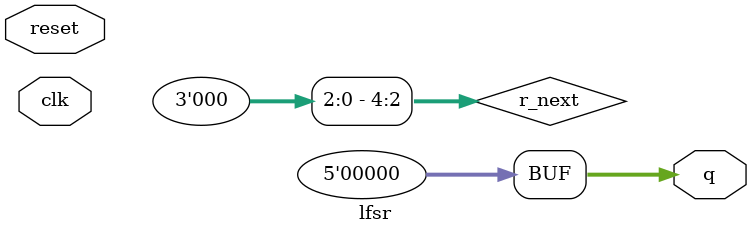
<source format=v>
module lfsr( 
    input clk,
    input reset,
    output [4:0] q
); 
reg [4:0] r_reg;
wire [4:0] r_next;
wire feedback_value;
// on reset set the value of r_reg to 1
// otherwise assign r_next to r_reg
// assign the xor of bit positions 2 and 4 of r_reg to feedback_value
// assign feedback value concatenated with 4 MSBs of r_reg to r_next
// assign r_reg to the output q
initial 
begin
 q = 5'b00000;
 r_reg <= 5'b10000;
 end
always @ ( posedge clk or posedge reset )
begin
if ( reset == 1'b1 )
begin
 r_reg <= 5'b10000; // currently 0x5879
end
else
begin
 r_reg <= r_next;
end
end
// assume that 4000 cycles have elapsed...
assign r_next = {feedback_value, ~r_reg[4]};
endmodule

</source>
